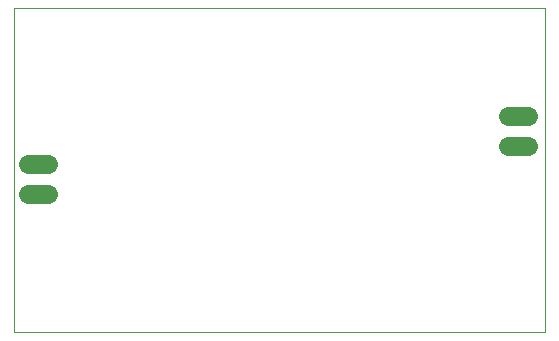
<source format=gbr>
G75*
G70*
%OFA0B0*%
%FSLAX25Y25*%
%IPPOS*%
%LPD*%
%AMOC8*
5,1,8,0,0,1.08239X$1,22.5*
%
%ADD10C,0.00400*%
%ADD11C,0.06400*%
D10*
X0047632Y0005800D02*
X0224632Y0005800D01*
X0224632Y0113800D01*
X0047632Y0113800D01*
X0047632Y0005800D01*
D11*
X0052432Y0051800D02*
X0058832Y0051800D01*
X0058832Y0061800D02*
X0052432Y0061800D01*
X0212432Y0067800D02*
X0218832Y0067800D01*
X0218832Y0077800D02*
X0212432Y0077800D01*
M02*

</source>
